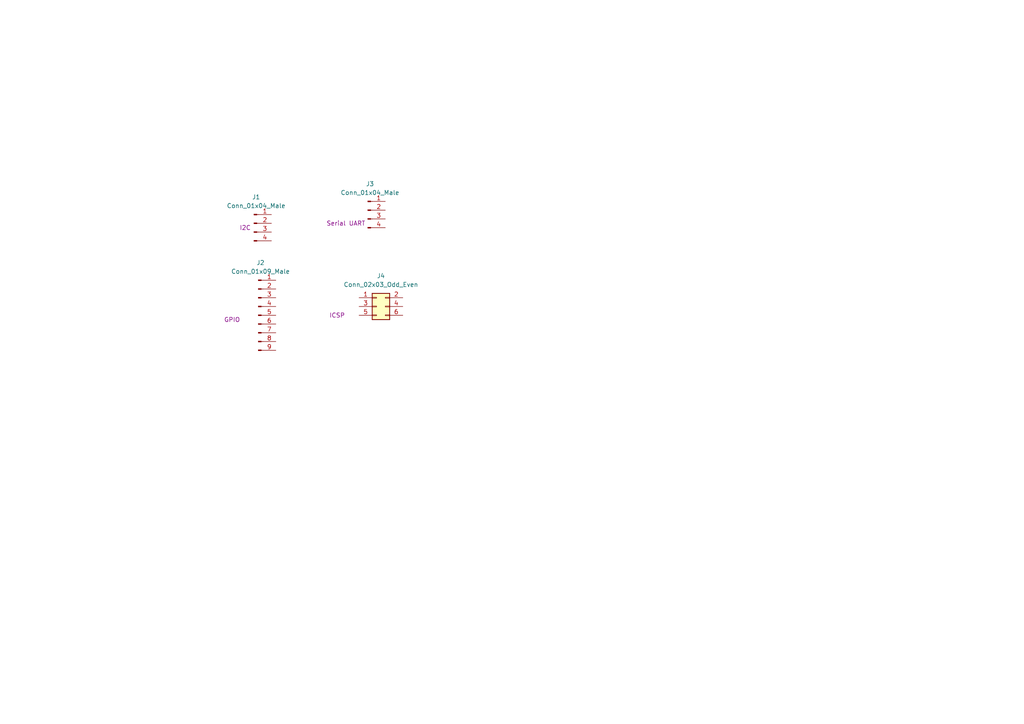
<source format=kicad_sch>
(kicad_sch (version 20211123) (generator eeschema)
  (paper "A4")
  (lib_symbols
    (symbol "Connector:Conn_01x04_Male" (pin_names (offset 1.016) hide)
      (property "Reference" "J" (at 0 5.08 0))
      (property "Value" "Conn_01x04_Male" (at 0 -7.62 0))
      (symbol "Conn_01x04_Male_1_1"
        (polyline (pts (xy 1.27 -5.08) (xy 0.8636 -5.08)) (stroke (width 0.1524)))
        (polyline (pts (xy 1.27 -2.54) (xy 0.8636 -2.54)) (stroke (width 0.1524)))
        (polyline (pts (xy 1.27 0) (xy 0.8636 0)) (stroke (width 0.1524)))
        (polyline (pts (xy 1.27 2.54) (xy 0.8636 2.54)) (stroke (width 0.1524)))
        (rectangle (start 0.8636 -4.953) (end 0 -5.207) (stroke (width 0.1524)) (fill (type outline)))
        (rectangle (start 0.8636 -2.413) (end 0 -2.667) (stroke (width 0.1524)) (fill (type outline)))
        (rectangle (start 0.8636 0.127) (end 0 -0.127) (stroke (width 0.1524)) (fill (type outline)))
        (rectangle (start 0.8636 2.667) (end 0 2.413) (stroke (width 0.1524)) (fill (type outline)))
        (pin passive line (at 5.08 2.54 180) (length 3.81) (name "Pin_1") (number "1"))
        (pin passive line (at 5.08 0 180) (length 3.81) (name "Pin_2") (number "2"))
        (pin passive line (at 5.08 -2.54 180) (length 3.81) (name "Pin_3") (number "3"))
        (pin passive line (at 5.08 -5.08 180) (length 3.81) (name "Pin_4") (number "4"))
      )
    )
    (symbol "Connector:Conn_01x09_Male" (pin_names (offset 1.016) hide)
      (property "Reference" "J" (at 0 12.7 0))
      (property "Value" "Conn_01x09_Male" (at 0 -12.7 0))
      (symbol "Conn_01x09_Male_1_1"
        (polyline (pts (xy 1.27 -10.16) (xy 0.8636 -10.16)) (stroke (width 0.1524)))
        (polyline (pts (xy 1.27 -7.62) (xy 0.8636 -7.62)) (stroke (width 0.1524)))
        (polyline (pts (xy 1.27 -5.08) (xy 0.8636 -5.08)) (stroke (width 0.1524)))
        (polyline (pts (xy 1.27 -2.54) (xy 0.8636 -2.54)) (stroke (width 0.1524)))
        (polyline (pts (xy 1.27 0) (xy 0.8636 0)) (stroke (width 0.1524)))
        (polyline (pts (xy 1.27 2.54) (xy 0.8636 2.54)) (stroke (width 0.1524)))
        (polyline (pts (xy 1.27 5.08) (xy 0.8636 5.08)) (stroke (width 0.1524)))
        (polyline (pts (xy 1.27 7.62) (xy 0.8636 7.62)) (stroke (width 0.1524)))
        (polyline (pts (xy 1.27 10.16) (xy 0.8636 10.16)) (stroke (width 0.1524)))
        (rectangle (start 0.8636 -10.033) (end 0 -10.287) (stroke (width 0.1524)) (fill (type outline)))
        (rectangle (start 0.8636 -7.493) (end 0 -7.747) (stroke (width 0.1524)) (fill (type outline)))
        (rectangle (start 0.8636 -4.953) (end 0 -5.207) (stroke (width 0.1524)) (fill (type outline)))
        (rectangle (start 0.8636 -2.413) (end 0 -2.667) (stroke (width 0.1524)) (fill (type outline)))
        (rectangle (start 0.8636 0.127) (end 0 -0.127) (stroke (width 0.1524)) (fill (type outline)))
        (rectangle (start 0.8636 2.667) (end 0 2.413) (stroke (width 0.1524)) (fill (type outline)))
        (rectangle (start 0.8636 5.207) (end 0 4.953) (stroke (width 0.1524)) (fill (type outline)))
        (rectangle (start 0.8636 7.747) (end 0 7.493) (stroke (width 0.1524)) (fill (type outline)))
        (rectangle (start 0.8636 10.287) (end 0 10.033) (stroke (width 0.1524)) (fill (type outline)))
        (pin passive line (at 5.08 10.16 180) (length 3.81) (name "Pin_1") (number "1"))
        (pin passive line (at 5.08 7.62 180) (length 3.81) (name "Pin_2") (number "2"))
        (pin passive line (at 5.08 5.08 180) (length 3.81) (name "Pin_3") (number "3"))
        (pin passive line (at 5.08 2.54 180) (length 3.81) (name "Pin_4") (number "4"))
        (pin passive line (at 5.08 0 180) (length 3.81) (name "Pin_5") (number "5"))
        (pin passive line (at 5.08 -2.54 180) (length 3.81) (name "Pin_6") (number "6"))
        (pin passive line (at 5.08 -5.08 180) (length 3.81) (name "Pin_7") (number "7"))
        (pin passive line (at 5.08 -7.62 180) (length 3.81) (name "Pin_8") (number "8"))
        (pin passive line (at 5.08 -10.16 180) (length 3.81) (name "Pin_9") (number "9"))
      )
    )
    (symbol "Connector_Generic:Conn_02x03_Odd_Even" (pin_names (offset 1.016) hide)
      (property "Reference" "J" (at 1.27 5.08 0))
      (property "Value" "Conn_02x03_Odd_Even" (at 1.27 -5.08 0))
      (symbol "Conn_02x03_Odd_Even_1_1"
        (rectangle (start -1.27 -2.413) (end 0 -2.667) (stroke (width 0.1524)))
        (rectangle (start -1.27 0.127) (end 0 -0.127) (stroke (width 0.1524)))
        (rectangle (start -1.27 2.667) (end 0 2.413) (stroke (width 0.1524)))
        (rectangle (start -1.27 3.81) (end 3.81 -3.81) (stroke (width 0.254)) (fill (type background)))
        (rectangle (start 3.81 -2.413) (end 2.54 -2.667) (stroke (width 0.1524)))
        (rectangle (start 3.81 0.127) (end 2.54 -0.127) (stroke (width 0.1524)))
        (rectangle (start 3.81 2.667) (end 2.54 2.413) (stroke (width 0.1524)))
        (pin passive line (at -5.08 2.54 0) (length 3.81) (name "Pin_1") (number "1"))
        (pin passive line (at 7.62 2.54 180) (length 3.81) (name "Pin_2") (number "2"))
        (pin passive line (at -5.08 0 0) (length 3.81) (name "Pin_3") (number "3"))
        (pin passive line (at 7.62 0 180) (length 3.81) (name "Pin_4") (number "4"))
        (pin passive line (at -5.08 -2.54 0) (length 3.81) (name "Pin_5") (number "5"))
        (pin passive line (at 7.62 -2.54 180) (length 3.81) (name "Pin_6") (number "6"))
      )
    )
  )
  (symbol (lib_id "Connector:Conn_01x04_Male") (at 106.68 60.96 0) (unit 1)
    (property "Reference" "J3" (at 107.315 53.34 0))
    (property "Value" "Conn_01x04_Male" (at 107.315 55.88 0))
    (property "Purpose" "Serial UART" (at 100.33 64.77 0))
  )
  (symbol (lib_id "Connector:Conn_01x09_Male") (at 74.93 91.44 0) (unit 1)
    (property "Reference" "J2" (at 75.565 76.2 0))
    (property "Value" "Conn_01x09_Male" (at 75.565 78.74 0))
    (property "Purpose" "GPIO" (at 67.31 92.71 0))
  )
  (symbol (lib_id "Connector:Conn_01x04_Male") (at 73.66 64.77 0) (unit 1)
    (property "Reference" "J1" (at 74.295 57.15 0))
    (property "Value" "Conn_01x04_Male" (at 74.295 59.69 0))
    (property "Purpose" "I2C" (at 71.12 66.04 0))
  )
  (symbol (lib_id "Connector_Generic:Conn_02x03_Odd_Even") (at 109.22 88.9 0) (unit 1)
    (property "Reference" "J4" (at 110.49 80.01 0))
    (property "Value" "Conn_02x03_Odd_Even" (at 110.49 82.55 0))
    (property "Purpose" "ICSP" (at 97.79 91.44 0))
  )
)
</source>
